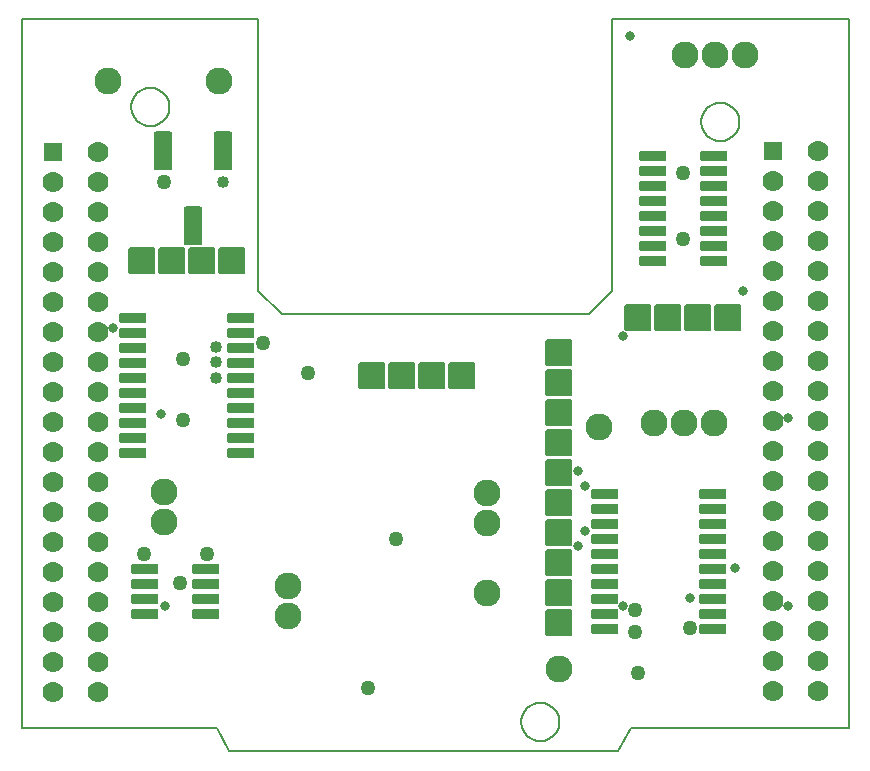
<source format=gbr>
G04 PROTEUS GERBER X2 FILE*
%TF.GenerationSoftware,Labcenter,Proteus,8.12-SP2-Build31155*%
%TF.CreationDate,2024-12-01T22:34:02+00:00*%
%TF.FileFunction,Soldermask,Top*%
%TF.FilePolarity,Negative*%
%TF.Part,Single*%
%TF.SameCoordinates,{8af06a29-b4e8-4d9f-b474-ceea615e185d}*%
%FSLAX45Y45*%
%MOMM*%
G01*
%TA.AperFunction,Material*%
%ADD25C,1.270000*%
%ADD26C,1.016000*%
%ADD27C,0.812800*%
%AMPPAD020*
4,1,36,
0.762000,-0.635000,
0.762000,0.635000,
0.759470,0.660970,
0.752200,0.684980,
0.740650,0.706580,
0.725290,0.725290,
0.706570,0.740650,
0.684980,0.752200,
0.660970,0.759470,
0.635000,0.762000,
-0.635000,0.762000,
-0.660970,0.759470,
-0.684980,0.752200,
-0.706570,0.740650,
-0.725290,0.725290,
-0.740650,0.706580,
-0.752200,0.684980,
-0.759470,0.660970,
-0.762000,0.635000,
-0.762000,-0.635000,
-0.759470,-0.660970,
-0.752200,-0.684980,
-0.740650,-0.706580,
-0.725290,-0.725290,
-0.706570,-0.740650,
-0.684980,-0.752200,
-0.660970,-0.759470,
-0.635000,-0.762000,
0.635000,-0.762000,
0.660970,-0.759470,
0.684980,-0.752200,
0.706570,-0.740650,
0.725290,-0.725290,
0.740650,-0.706580,
0.752200,-0.684980,
0.759470,-0.660970,
0.762000,-0.635000,
0*%
%TA.AperFunction,Material*%
%ADD28PPAD020*%
%ADD29C,1.778000*%
%AMPPAD022*
4,1,36,
1.143000,0.317500,
1.143000,-0.317500,
1.140470,-0.343470,
1.133200,-0.367480,
1.121650,-0.389080,
1.106290,-0.407790,
1.087570,-0.423150,
1.065980,-0.434700,
1.041970,-0.441970,
1.016000,-0.444500,
-1.016000,-0.444500,
-1.041970,-0.441970,
-1.065980,-0.434700,
-1.087570,-0.423150,
-1.106290,-0.407790,
-1.121650,-0.389080,
-1.133200,-0.367480,
-1.140470,-0.343470,
-1.143000,-0.317500,
-1.143000,0.317500,
-1.140470,0.343470,
-1.133200,0.367480,
-1.121650,0.389080,
-1.106290,0.407790,
-1.087570,0.423150,
-1.065980,0.434700,
-1.041970,0.441970,
-1.016000,0.444500,
1.016000,0.444500,
1.041970,0.441970,
1.065980,0.434700,
1.087570,0.423150,
1.106290,0.407790,
1.121650,0.389080,
1.133200,0.367480,
1.140470,0.343470,
1.143000,0.317500,
0*%
%TA.AperFunction,Material*%
%ADD72PPAD022*%
%AMPPAD023*
4,1,36,
-1.143000,-1.016000,
-1.143000,1.016000,
-1.140470,1.041970,
-1.133200,1.065980,
-1.121650,1.087580,
-1.106290,1.106290,
-1.087570,1.121650,
-1.065980,1.133200,
-1.041970,1.140470,
-1.016000,1.143000,
1.016000,1.143000,
1.041970,1.140470,
1.065980,1.133200,
1.087570,1.121650,
1.106290,1.106290,
1.121650,1.087580,
1.133200,1.065980,
1.140470,1.041970,
1.143000,1.016000,
1.143000,-1.016000,
1.140470,-1.041970,
1.133200,-1.065980,
1.121650,-1.087580,
1.106290,-1.106290,
1.087570,-1.121650,
1.065980,-1.133200,
1.041970,-1.140470,
1.016000,-1.143000,
-1.016000,-1.143000,
-1.041970,-1.140470,
-1.065980,-1.133200,
-1.087570,-1.121650,
-1.106290,-1.106290,
-1.121650,-1.087580,
-1.133200,-1.065980,
-1.140470,-1.041970,
-1.143000,-1.016000,
0*%
%TA.AperFunction,Material*%
%ADD73PPAD023*%
%TA.AperFunction,Material*%
%ADD30C,2.286000*%
%AMPPAD025*
4,1,36,
0.635000,-1.651000,
-0.635000,-1.651000,
-0.660970,-1.648470,
-0.684980,-1.641200,
-0.706580,-1.629650,
-0.725290,-1.614290,
-0.740650,-1.595570,
-0.752200,-1.573980,
-0.759470,-1.549970,
-0.762000,-1.524000,
-0.762000,1.524000,
-0.759470,1.549970,
-0.752200,1.573980,
-0.740650,1.595570,
-0.725290,1.614290,
-0.706580,1.629650,
-0.684980,1.641200,
-0.660970,1.648470,
-0.635000,1.651000,
0.635000,1.651000,
0.660970,1.648470,
0.684980,1.641200,
0.706580,1.629650,
0.725290,1.614290,
0.740650,1.595570,
0.752200,1.573980,
0.759470,1.549970,
0.762000,1.524000,
0.762000,-1.524000,
0.759470,-1.549970,
0.752200,-1.573980,
0.740650,-1.595570,
0.725290,-1.614290,
0.706580,-1.629650,
0.684980,-1.641200,
0.660970,-1.648470,
0.635000,-1.651000,
0*%
%TA.AperFunction,Material*%
%ADD31PPAD025*%
%AMPPAD026*
4,1,36,
1.016000,-1.143000,
-1.016000,-1.143000,
-1.041970,-1.140470,
-1.065980,-1.133200,
-1.087580,-1.121650,
-1.106290,-1.106290,
-1.121650,-1.087570,
-1.133200,-1.065980,
-1.140470,-1.041970,
-1.143000,-1.016000,
-1.143000,1.016000,
-1.140470,1.041970,
-1.133200,1.065980,
-1.121650,1.087570,
-1.106290,1.106290,
-1.087580,1.121650,
-1.065980,1.133200,
-1.041970,1.140470,
-1.016000,1.143000,
1.016000,1.143000,
1.041970,1.140470,
1.065980,1.133200,
1.087580,1.121650,
1.106290,1.106290,
1.121650,1.087570,
1.133200,1.065980,
1.140470,1.041970,
1.143000,1.016000,
1.143000,-1.016000,
1.140470,-1.041970,
1.133200,-1.065980,
1.121650,-1.087570,
1.106290,-1.106290,
1.087580,-1.121650,
1.065980,-1.133200,
1.041970,-1.140470,
1.016000,-1.143000,
0*%
%TA.AperFunction,Material*%
%ADD32PPAD026*%
%TA.AperFunction,Profile*%
%ADD71C,0.203200*%
%TD.AperFunction*%
D25*
X+1200000Y+4620000D03*
X+5600000Y+4700000D03*
X+5214500Y+460000D03*
X+2928500Y+333000D03*
X+2420500Y+3000000D03*
X+5191419Y+808581D03*
X+1360000Y+3120000D03*
X+1570000Y+1470000D03*
D26*
X+1640000Y+3220000D03*
D27*
X+769500Y+3381000D03*
X+1214000Y+1031500D03*
X+6103500Y+3698500D03*
X+5087500Y+3317500D03*
D25*
X+5659000Y+841000D03*
X+2039500Y+3254000D03*
X+3170000Y+1600000D03*
D26*
X+1700000Y+4620000D03*
D25*
X+5190000Y+1000000D03*
X+1030000Y+1470000D03*
X+5600000Y+4140000D03*
X+1360000Y+2610000D03*
D26*
X+1640000Y+3100000D03*
D25*
X+1341000Y+1222000D03*
D27*
X+1180000Y+2660000D03*
D26*
X+1640000Y+2960000D03*
D27*
X+6484500Y+1031500D03*
X+5659000Y+1095000D03*
X+4706500Y+1539500D03*
X+4770000Y+1666500D03*
X+6040000Y+1349000D03*
X+4706500Y+2174500D03*
X+4770000Y+2047500D03*
X+5087500Y+1031500D03*
X+6484500Y+2619000D03*
X+5151000Y+5857500D03*
D28*
X+260000Y+4876000D03*
D29*
X+641000Y+4876000D03*
X+260000Y+4622000D03*
X+641000Y+4622000D03*
X+260000Y+4368000D03*
X+641000Y+4368000D03*
X+260000Y+4114000D03*
X+641000Y+4114000D03*
X+260000Y+3860000D03*
X+641000Y+3860000D03*
X+260000Y+3606000D03*
X+641000Y+3606000D03*
X+260000Y+3352000D03*
X+641000Y+3352000D03*
X+260000Y+3098000D03*
X+641000Y+3098000D03*
X+260000Y+2844000D03*
X+641000Y+2844000D03*
X+260000Y+2590000D03*
X+641000Y+2590000D03*
X+260000Y+2336000D03*
X+641000Y+2336000D03*
X+260000Y+2082000D03*
X+641000Y+2082000D03*
X+260000Y+1828000D03*
X+641000Y+1828000D03*
X+260000Y+1574000D03*
X+641000Y+1574000D03*
X+260000Y+1320000D03*
X+641000Y+1320000D03*
X+260000Y+1066000D03*
X+641000Y+1066000D03*
X+260000Y+812000D03*
X+641000Y+812000D03*
X+260000Y+558000D03*
X+641000Y+558000D03*
X+260000Y+304000D03*
X+641000Y+304000D03*
D28*
X+6356000Y+4880000D03*
D29*
X+6737000Y+4880000D03*
X+6356000Y+4626000D03*
X+6737000Y+4626000D03*
X+6356000Y+4372000D03*
X+6737000Y+4372000D03*
X+6356000Y+4118000D03*
X+6737000Y+4118000D03*
X+6356000Y+3864000D03*
X+6737000Y+3864000D03*
X+6356000Y+3610000D03*
X+6737000Y+3610000D03*
X+6356000Y+3356000D03*
X+6737000Y+3356000D03*
X+6356000Y+3102000D03*
X+6737000Y+3102000D03*
X+6356000Y+2848000D03*
X+6737000Y+2848000D03*
X+6356000Y+2594000D03*
X+6737000Y+2594000D03*
X+6356000Y+2340000D03*
X+6737000Y+2340000D03*
X+6356000Y+2086000D03*
X+6737000Y+2086000D03*
X+6356000Y+1832000D03*
X+6737000Y+1832000D03*
X+6356000Y+1578000D03*
X+6737000Y+1578000D03*
X+6356000Y+1324000D03*
X+6737000Y+1324000D03*
X+6356000Y+1070000D03*
X+6737000Y+1070000D03*
X+6356000Y+816000D03*
X+6737000Y+816000D03*
X+6356000Y+562000D03*
X+6737000Y+562000D03*
X+6356000Y+308000D03*
X+6737000Y+308000D03*
D72*
X+5848619Y+837081D03*
X+5848619Y+964081D03*
X+5848619Y+1091081D03*
X+5848619Y+1218081D03*
X+5848619Y+1345081D03*
X+5848619Y+1472081D03*
X+5848619Y+1599081D03*
X+5848619Y+1726081D03*
X+5848619Y+1853081D03*
X+5848619Y+1980081D03*
X+4934219Y+1980081D03*
X+4934219Y+1853081D03*
X+4934219Y+1726081D03*
X+4934219Y+1599081D03*
X+4934219Y+1472081D03*
X+4934219Y+1345081D03*
X+4934219Y+1218081D03*
X+4934219Y+1091081D03*
X+4934219Y+964081D03*
X+4934219Y+837081D03*
D73*
X+4550000Y+890000D03*
X+4550000Y+1144000D03*
X+4550000Y+1398000D03*
X+4550000Y+1652000D03*
X+4550000Y+1906000D03*
X+4550000Y+2160000D03*
X+4550000Y+2414000D03*
X+4550000Y+2668000D03*
X+4550000Y+2922000D03*
X+4550000Y+3176000D03*
D30*
X+1200000Y+2000000D03*
X+1200000Y+1746000D03*
X+3940000Y+1730000D03*
X+3940000Y+1984000D03*
D72*
X+1560350Y+959500D03*
X+1560350Y+1086500D03*
X+1560350Y+1213500D03*
X+1560350Y+1340500D03*
X+1039650Y+1340500D03*
X+1039650Y+1213500D03*
X+1039650Y+1086500D03*
X+1039650Y+959500D03*
D30*
X+2250000Y+950000D03*
X+2250000Y+1204000D03*
D31*
X+1704000Y+4887500D03*
X+1196000Y+4887500D03*
X+1450000Y+4252500D03*
D72*
X+942800Y+3471500D03*
X+942800Y+3344500D03*
X+942800Y+3217500D03*
X+942800Y+3090500D03*
X+942800Y+2963500D03*
X+942800Y+2836500D03*
X+942800Y+2709500D03*
X+942800Y+2582500D03*
X+942800Y+2455500D03*
X+942800Y+2328500D03*
X+1857200Y+2328500D03*
X+1857200Y+2455500D03*
X+1857200Y+2582500D03*
X+1857200Y+2709500D03*
X+1857200Y+2836500D03*
X+1857200Y+2963500D03*
X+1857200Y+3090500D03*
X+1857200Y+3217500D03*
X+1857200Y+3344500D03*
X+1857200Y+3471500D03*
X+5339650Y+4844500D03*
X+5339650Y+4717500D03*
X+5339650Y+4590500D03*
X+5339650Y+4463500D03*
X+5339650Y+4336500D03*
X+5339650Y+4209500D03*
X+5339650Y+4082500D03*
X+5339650Y+3955500D03*
X+5860350Y+3955500D03*
X+5860350Y+4082500D03*
X+5860350Y+4209500D03*
X+5860350Y+4336500D03*
X+5860350Y+4463500D03*
X+5860350Y+4590500D03*
X+5860350Y+4717500D03*
X+5860350Y+4844500D03*
D32*
X+3722000Y+2980000D03*
X+3468000Y+2980000D03*
X+3214000Y+2980000D03*
X+2960000Y+2980000D03*
X+1780000Y+3950000D03*
X+1526000Y+3950000D03*
X+1272000Y+3950000D03*
X+1018000Y+3950000D03*
X+5980000Y+3470000D03*
X+5726000Y+3470000D03*
X+5472000Y+3470000D03*
X+5218000Y+3470000D03*
D30*
X+6120000Y+5700000D03*
X+5866000Y+5700000D03*
X+5612000Y+5700000D03*
X+5350000Y+2580000D03*
X+5604000Y+2580000D03*
X+5858000Y+2580000D03*
X+3940000Y+1140000D03*
X+4550000Y+500000D03*
X+730000Y+5480000D03*
X+1670000Y+5480000D03*
X+4890000Y+2550000D03*
D71*
X+0Y+0D02*
X+1650000Y+0D01*
X+7000000Y+0D02*
X+7000000Y+6000000D01*
X+5000000Y+6000000D01*
X+5000000Y+3700000D01*
X+4800000Y+3500000D01*
X+2200000Y+3500000D01*
X+2000000Y+3700000D02*
X+2000000Y+6000000D01*
X+0Y+6000000D01*
X+0Y+0D01*
X+2000000Y+3700000D02*
X+2200000Y+3500000D01*
X+5160000Y+0D02*
X+7000000Y+0D01*
X+1750000Y-200000D02*
X+5050000Y-200000D01*
X+1650000Y+0D02*
X+1750000Y-200000D01*
X+5160000Y+0D02*
X+5050000Y-200000D01*
X+4550045Y+50000D02*
X+4549508Y+63142D01*
X+4545144Y+89427D01*
X+4536029Y+115712D01*
X+4521182Y+141997D01*
X+4498470Y+168118D01*
X+4472185Y+187898D01*
X+4445900Y+200658D01*
X+4419615Y+208108D01*
X+4393330Y+210987D01*
X+4389000Y+211045D01*
X+4227955Y+50000D02*
X+4228492Y+63142D01*
X+4232856Y+89427D01*
X+4241971Y+115712D01*
X+4256818Y+141997D01*
X+4279530Y+168118D01*
X+4305815Y+187898D01*
X+4332100Y+200658D01*
X+4358385Y+208108D01*
X+4384670Y+210987D01*
X+4389000Y+211045D01*
X+4227955Y+50000D02*
X+4228492Y+36858D01*
X+4232856Y+10573D01*
X+4241971Y-15712D01*
X+4256818Y-41997D01*
X+4279530Y-68118D01*
X+4305815Y-87898D01*
X+4332100Y-100658D01*
X+4358385Y-108108D01*
X+4384670Y-110987D01*
X+4389000Y-111045D01*
X+4550045Y+50000D02*
X+4549508Y+36858D01*
X+4545144Y+10573D01*
X+4536029Y-15712D01*
X+4521182Y-41997D01*
X+4498470Y-68118D01*
X+4472185Y-87898D01*
X+4445900Y-100658D01*
X+4419615Y-108108D01*
X+4393330Y-110987D01*
X+4389000Y-111045D01*
X+6074045Y+5130000D02*
X+6073508Y+5143142D01*
X+6069144Y+5169427D01*
X+6060029Y+5195712D01*
X+6045182Y+5221997D01*
X+6022470Y+5248118D01*
X+5996185Y+5267898D01*
X+5969900Y+5280658D01*
X+5943615Y+5288108D01*
X+5917330Y+5290987D01*
X+5913000Y+5291045D01*
X+5751955Y+5130000D02*
X+5752492Y+5143142D01*
X+5756856Y+5169427D01*
X+5765971Y+5195712D01*
X+5780818Y+5221997D01*
X+5803530Y+5248118D01*
X+5829815Y+5267898D01*
X+5856100Y+5280658D01*
X+5882385Y+5288108D01*
X+5908670Y+5290987D01*
X+5913000Y+5291045D01*
X+5751955Y+5130000D02*
X+5752492Y+5116858D01*
X+5756856Y+5090573D01*
X+5765971Y+5064288D01*
X+5780818Y+5038003D01*
X+5803530Y+5011882D01*
X+5829815Y+4992102D01*
X+5856100Y+4979342D01*
X+5882385Y+4971892D01*
X+5908670Y+4969013D01*
X+5913000Y+4968955D01*
X+6074045Y+5130000D02*
X+6073508Y+5116858D01*
X+6069144Y+5090573D01*
X+6060029Y+5064288D01*
X+6045182Y+5038003D01*
X+6022470Y+5011882D01*
X+5996185Y+4992102D01*
X+5969900Y+4979342D01*
X+5943615Y+4971892D01*
X+5917330Y+4969013D01*
X+5913000Y+4968955D01*
X+1248045Y+5257000D02*
X+1247508Y+5270142D01*
X+1243144Y+5296427D01*
X+1234029Y+5322712D01*
X+1219182Y+5348997D01*
X+1196470Y+5375118D01*
X+1170185Y+5394898D01*
X+1143900Y+5407658D01*
X+1117615Y+5415108D01*
X+1091330Y+5417987D01*
X+1087000Y+5418045D01*
X+925955Y+5257000D02*
X+926492Y+5270142D01*
X+930856Y+5296427D01*
X+939971Y+5322712D01*
X+954818Y+5348997D01*
X+977530Y+5375118D01*
X+1003815Y+5394898D01*
X+1030100Y+5407658D01*
X+1056385Y+5415108D01*
X+1082670Y+5417987D01*
X+1087000Y+5418045D01*
X+925955Y+5257000D02*
X+926492Y+5243858D01*
X+930856Y+5217573D01*
X+939971Y+5191288D01*
X+954818Y+5165003D01*
X+977530Y+5138882D01*
X+1003815Y+5119102D01*
X+1030100Y+5106342D01*
X+1056385Y+5098892D01*
X+1082670Y+5096013D01*
X+1087000Y+5095955D01*
X+1248045Y+5257000D02*
X+1247508Y+5243858D01*
X+1243144Y+5217573D01*
X+1234029Y+5191288D01*
X+1219182Y+5165003D01*
X+1196470Y+5138882D01*
X+1170185Y+5119102D01*
X+1143900Y+5106342D01*
X+1117615Y+5098892D01*
X+1091330Y+5096013D01*
X+1087000Y+5095955D01*
M02*

</source>
